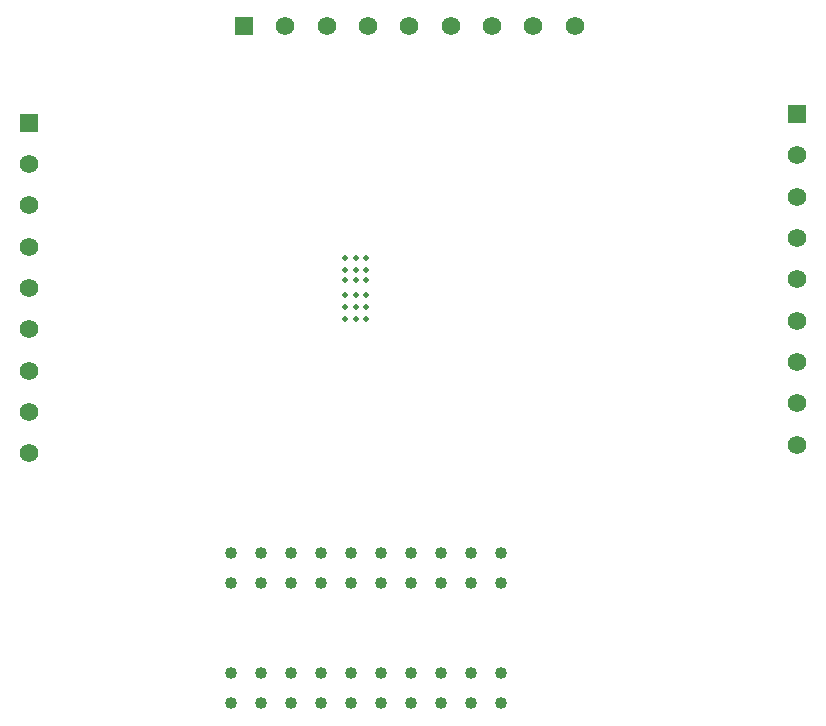
<source format=gbr>
%TF.GenerationSoftware,Altium Limited,Altium Designer,22.9.1 (49)*%
G04 Layer_Color=255*
%FSLAX25Y25*%
%MOIN*%
%TF.SameCoordinates,E4663CD6-9850-4590-99AB-2D6E941D03D6*%
%TF.FilePolarity,Positive*%
%TF.FileFunction,Pads,Bot*%
%TF.Part,Single*%
G01*
G75*
%TA.AperFunction,ComponentPad*%
%ADD27C,0.02000*%
%ADD28C,0.06165*%
%ADD29R,0.06165X0.06165*%
%ADD30C,0.04016*%
%ADD31R,0.06165X0.06165*%
D27*
X162992Y161366D02*
D03*
X166492D02*
D03*
X169992D02*
D03*
Y157366D02*
D03*
X166492D02*
D03*
X162992D02*
D03*
X166492Y153866D02*
D03*
X162992D02*
D03*
X169992D02*
D03*
X162992Y148866D02*
D03*
X166492D02*
D03*
Y144866D02*
D03*
X162992D02*
D03*
X166492Y140866D02*
D03*
X162992D02*
D03*
X169917Y148889D02*
D03*
Y144889D02*
D03*
Y140889D02*
D03*
D28*
X198059Y238500D02*
D03*
X184280D02*
D03*
X170500D02*
D03*
X156720D02*
D03*
X142941D02*
D03*
X239398D02*
D03*
X225618D02*
D03*
X211839D02*
D03*
X57500Y96102D02*
D03*
X313500Y140382D02*
D03*
Y154161D02*
D03*
Y167941D02*
D03*
Y181720D02*
D03*
Y195500D02*
D03*
Y99043D02*
D03*
Y112823D02*
D03*
Y126602D02*
D03*
X57500Y137441D02*
D03*
Y151221D02*
D03*
Y165000D02*
D03*
Y178779D02*
D03*
Y192559D02*
D03*
Y109882D02*
D03*
Y123661D02*
D03*
D29*
X129161Y238500D02*
D03*
D30*
X125000Y63000D02*
D03*
X135000D02*
D03*
X145000D02*
D03*
X155000D02*
D03*
X185000D02*
D03*
X195000D02*
D03*
X205000D02*
D03*
X215000D02*
D03*
X125000Y23000D02*
D03*
X135000D02*
D03*
X145000D02*
D03*
X155000D02*
D03*
X165000D02*
D03*
X175000D02*
D03*
X185000D02*
D03*
X195000D02*
D03*
X205000D02*
D03*
X215000D02*
D03*
X125000Y13000D02*
D03*
X135000D02*
D03*
X145000D02*
D03*
X155000D02*
D03*
X165000D02*
D03*
X175000D02*
D03*
X185000D02*
D03*
X195000D02*
D03*
X205000D02*
D03*
X215000D02*
D03*
Y53000D02*
D03*
X205000D02*
D03*
X195000D02*
D03*
X185000D02*
D03*
X175000D02*
D03*
X165000D02*
D03*
X155000D02*
D03*
X145000D02*
D03*
X135000D02*
D03*
X125000D02*
D03*
X175000Y63000D02*
D03*
X165000D02*
D03*
D31*
X313500Y209279D02*
D03*
X57500Y206339D02*
D03*
%TF.MD5,1fe470de7685583bb11a0aa8bf16a7cc*%
M02*

</source>
